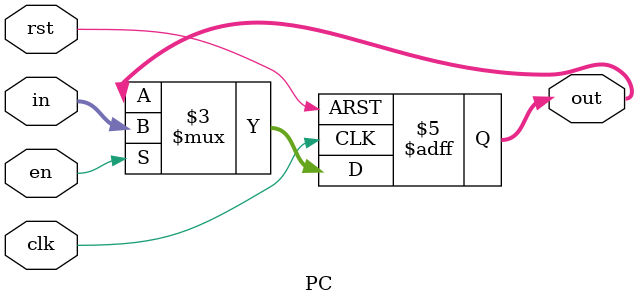
<source format=v>
`timescale 1ns/1ps

module PC(
	in, en, clk, rst, 
	out
);
	
	input [31:0] in;
	input en, clk, rst;
	output reg [31:0] out;
	
	always@ ( posedge clk or posedge rst) begin
		if (rst) begin
			out = 0;
		end
		else begin
			if (en) begin
				out = in;
			end
		end
	end

endmodule
</source>
